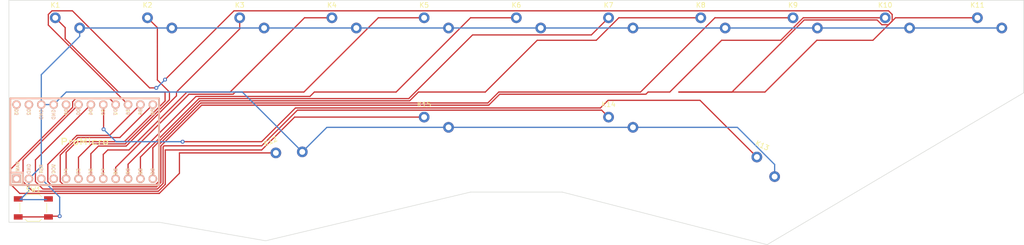
<source format=kicad_pcb>
(kicad_pcb (version 20171130) (host pcbnew "(5.1.8-0-10_14)")

  (general
    (thickness 1.6)
    (drawings 9)
    (tracks 196)
    (zones 0)
    (modules 17)
    (nets 23)
  )

  (page A4)
  (layers
    (0 F.Cu signal)
    (31 B.Cu signal)
    (32 B.Adhes user)
    (33 F.Adhes user)
    (34 B.Paste user)
    (35 F.Paste user)
    (36 B.SilkS user)
    (37 F.SilkS user)
    (38 B.Mask user)
    (39 F.Mask user)
    (40 Dwgs.User user)
    (41 Cmts.User user)
    (42 Eco1.User user)
    (43 Eco2.User user)
    (44 Edge.Cuts user)
    (45 Margin user)
    (46 B.CrtYd user)
    (47 F.CrtYd user)
    (48 B.Fab user)
    (49 F.Fab user)
  )

  (setup
    (last_trace_width 0.25)
    (trace_clearance 0.2)
    (zone_clearance 0.508)
    (zone_45_only no)
    (trace_min 0.2)
    (via_size 0.8)
    (via_drill 0.4)
    (via_min_size 0.4)
    (via_min_drill 0.3)
    (uvia_size 0.3)
    (uvia_drill 0.1)
    (uvias_allowed no)
    (uvia_min_size 0.2)
    (uvia_min_drill 0.1)
    (edge_width 0.05)
    (segment_width 0.2)
    (pcb_text_width 0.3)
    (pcb_text_size 1.5 1.5)
    (mod_edge_width 0.12)
    (mod_text_size 1 1)
    (mod_text_width 0.15)
    (pad_size 1.524 1.524)
    (pad_drill 0.762)
    (pad_to_mask_clearance 0)
    (aux_axis_origin 0 0)
    (visible_elements FFFFFF7F)
    (pcbplotparams
      (layerselection 0x010fc_ffffffff)
      (usegerberextensions false)
      (usegerberattributes true)
      (usegerberadvancedattributes true)
      (creategerberjobfile true)
      (excludeedgelayer true)
      (linewidth 0.100000)
      (plotframeref false)
      (viasonmask false)
      (mode 1)
      (useauxorigin false)
      (hpglpennumber 1)
      (hpglpenspeed 20)
      (hpglpendiameter 15.000000)
      (psnegative false)
      (psa4output false)
      (plotreference true)
      (plotvalue true)
      (plotinvisibletext false)
      (padsonsilk false)
      (subtractmaskfromsilk false)
      (outputformat 1)
      (mirror false)
      (drillshape 1)
      (scaleselection 1)
      (outputdirectory ""))
  )

  (net 0 "")
  (net 1 "Net-(K1-Pad2)")
  (net 2 "Net-(K1-Pad1)")
  (net 3 "Net-(K2-Pad1)")
  (net 4 "Net-(K3-Pad1)")
  (net 5 "Net-(K4-Pad1)")
  (net 6 "Net-(K5-Pad1)")
  (net 7 "Net-(K6-Pad1)")
  (net 8 "Net-(K7-Pad1)")
  (net 9 "Net-(K8-Pad1)")
  (net 10 "Net-(K9-Pad1)")
  (net 11 "Net-(K10-Pad1)")
  (net 12 "Net-(K11-Pad1)")
  (net 13 "Net-(K12-Pad1)")
  (net 14 "Net-(K13-Pad1)")
  (net 15 "Net-(K14-Pad1)")
  (net 16 "Net-(SW1-Pad2)")
  (net 17 "Net-(U1-Pad13)")
  (net 18 "Net-(U1-Pad14)")
  (net 19 "Net-(U1-Pad17)")
  (net 20 "Net-(U1-Pad4)")
  (net 21 "Net-(U1-Pad1)")
  (net 22 "Net-(K15-Pad1)")

  (net_class Default "This is the default net class."
    (clearance 0.2)
    (trace_width 0.25)
    (via_dia 0.8)
    (via_drill 0.4)
    (uvia_dia 0.3)
    (uvia_drill 0.1)
    (add_net "Net-(K1-Pad1)")
    (add_net "Net-(K1-Pad2)")
    (add_net "Net-(K10-Pad1)")
    (add_net "Net-(K11-Pad1)")
    (add_net "Net-(K12-Pad1)")
    (add_net "Net-(K13-Pad1)")
    (add_net "Net-(K14-Pad1)")
    (add_net "Net-(K15-Pad1)")
    (add_net "Net-(K2-Pad1)")
    (add_net "Net-(K3-Pad1)")
    (add_net "Net-(K4-Pad1)")
    (add_net "Net-(K5-Pad1)")
    (add_net "Net-(K6-Pad1)")
    (add_net "Net-(K7-Pad1)")
    (add_net "Net-(K8-Pad1)")
    (add_net "Net-(K9-Pad1)")
    (add_net "Net-(SW1-Pad2)")
    (add_net "Net-(U1-Pad1)")
    (add_net "Net-(U1-Pad13)")
    (add_net "Net-(U1-Pad14)")
    (add_net "Net-(U1-Pad17)")
    (add_net "Net-(U1-Pad4)")
  )

  (module canadian_footprints:Pro_Micro (layer F.Cu) (tedit 59284601) (tstamp 5FE2B67A)
    (at 73.8 58.65 90)
    (path /5FE2521C)
    (fp_text reference U1 (at 0.508 -14.732 90) (layer Eco1.User)
      (effects (font (size 1.27 1.524) (thickness 0.2032)))
    )
    (fp_text value ProMicro (at 0 1.524) (layer F.SilkS)
      (effects (font (size 1.27 1.524) (thickness 0.2032)))
    )
    (fp_text user RAW (at -5.08 -12.192 90) (layer F.SilkS)
      (effects (font (size 0.7 0.7) (thickness 0.1)))
    )
    (fp_text user GND (at -5.588 -9.906 90) (layer F.SilkS)
      (effects (font (size 0.7 0.7) (thickness 0.1)))
    )
    (fp_text user RST (at -5.588 -7.366 90) (layer F.SilkS)
      (effects (font (size 0.7 0.7) (thickness 0.1)))
    )
    (fp_text user VCC (at -5.588 -4.826 90) (layer F.SilkS)
      (effects (font (size 0.7 0.7) (thickness 0.1)))
    )
    (fp_text user F4 (at -6.096 -2.286 90) (layer F.SilkS)
      (effects (font (size 0.7 0.7) (thickness 0.1)))
    )
    (fp_text user F5 (at -6.096 0.254 90) (layer F.SilkS)
      (effects (font (size 0.7 0.7) (thickness 0.1)))
    )
    (fp_text user F7 (at -6.096 5.334 90) (layer F.SilkS)
      (effects (font (size 0.7 0.7) (thickness 0.1)))
    )
    (fp_text user F6 (at -6.096 2.794 90) (layer F.SilkS)
      (effects (font (size 0.7 0.7) (thickness 0.1)))
    )
    (fp_text user B1 (at -6.096 7.874 90) (layer F.SilkS)
      (effects (font (size 0.7 0.7) (thickness 0.1)))
    )
    (fp_text user B3 (at -6.096 10.414 90) (layer F.SilkS)
      (effects (font (size 0.7 0.7) (thickness 0.1)))
    )
    (fp_text user B2 (at -6.096 12.954 90) (layer F.SilkS)
      (effects (font (size 0.7 0.7) (thickness 0.1)))
    )
    (fp_text user B6 (at -6.096 15.494 90) (layer F.SilkS)
      (effects (font (size 0.7 0.7) (thickness 0.1)))
    )
    (fp_text user D3 (at 6.096 -12.446 90) (layer F.SilkS)
      (effects (font (size 0.7 0.7) (thickness 0.1)))
    )
    (fp_text user D2 (at 6.096 -9.906 90) (layer F.SilkS)
      (effects (font (size 0.7 0.7) (thickness 0.1)))
    )
    (fp_text user GND (at 5.588 -7.366 90) (layer F.SilkS)
      (effects (font (size 0.7 0.7) (thickness 0.1)))
    )
    (fp_text user GND (at 5.588 -4.826 90) (layer F.SilkS)
      (effects (font (size 0.7 0.7) (thickness 0.1)))
    )
    (fp_text user D1 (at 6.096 -2.286 90) (layer F.SilkS)
      (effects (font (size 0.7 0.7) (thickness 0.1)))
    )
    (fp_text user D0 (at 6.096 0.254 90) (layer F.SilkS)
      (effects (font (size 0.7 0.7) (thickness 0.1)))
    )
    (fp_text user D4 (at 6.096 2.794 90) (layer F.SilkS)
      (effects (font (size 0.7 0.7) (thickness 0.1)))
    )
    (fp_text user C6 (at 6.096 5.334 90) (layer F.SilkS)
      (effects (font (size 0.7 0.7) (thickness 0.1)))
    )
    (fp_text user D7 (at 6.096 7.874 90) (layer F.SilkS)
      (effects (font (size 0.7 0.7) (thickness 0.1)))
    )
    (fp_text user E6 (at 6.096 10.414 90) (layer F.SilkS)
      (effects (font (size 0.7 0.7) (thickness 0.1)))
    )
    (fp_text user B4 (at 6.096 12.954 90) (layer F.SilkS)
      (effects (font (size 0.7 0.7) (thickness 0.1)))
    )
    (fp_text user B5 (at 6.096 15.494 90) (layer F.SilkS)
      (effects (font (size 0.7 0.7) (thickness 0.1)))
    )
    (fp_text user B5 (at 6.096 15.494 90) (layer B.SilkS)
      (effects (font (size 0.7 0.7) (thickness 0.1)) (justify mirror))
    )
    (fp_text user B4 (at 6.096 12.954 90) (layer B.SilkS)
      (effects (font (size 0.7 0.7) (thickness 0.1)) (justify mirror))
    )
    (fp_text user E6 (at 6.096 10.414 90) (layer B.SilkS)
      (effects (font (size 0.7 0.7) (thickness 0.1)) (justify mirror))
    )
    (fp_text user D7 (at 6.096 7.874 90) (layer B.SilkS)
      (effects (font (size 0.7 0.7) (thickness 0.1)) (justify mirror))
    )
    (fp_text user C6 (at 6.096 5.334 90) (layer B.SilkS)
      (effects (font (size 0.7 0.7) (thickness 0.1)) (justify mirror))
    )
    (fp_text user D4 (at 6.096 2.794 90) (layer B.SilkS)
      (effects (font (size 0.7 0.7) (thickness 0.1)) (justify mirror))
    )
    (fp_text user D0 (at 6.096 0.254 90) (layer B.SilkS)
      (effects (font (size 0.7 0.7) (thickness 0.1)) (justify mirror))
    )
    (fp_text user D1 (at 6.096 -2.286 90) (layer B.SilkS)
      (effects (font (size 0.7 0.7) (thickness 0.1)) (justify mirror))
    )
    (fp_text user GND (at 5.588 -4.826 90) (layer B.SilkS)
      (effects (font (size 0.7 0.7) (thickness 0.1)) (justify mirror))
    )
    (fp_text user GND (at 5.588 -7.366 90) (layer B.SilkS)
      (effects (font (size 0.7 0.7) (thickness 0.1)) (justify mirror))
    )
    (fp_text user D2 (at 6.096 -9.906 90) (layer B.SilkS)
      (effects (font (size 0.7 0.7) (thickness 0.1)) (justify mirror))
    )
    (fp_text user D3 (at 6.096 -12.446 90) (layer B.SilkS)
      (effects (font (size 0.7 0.7) (thickness 0.1)) (justify mirror))
    )
    (fp_text user B6 (at -6.096 15.494 90) (layer B.SilkS)
      (effects (font (size 0.7 0.7) (thickness 0.1)) (justify mirror))
    )
    (fp_text user B2 (at -6.096 12.954 90) (layer B.SilkS)
      (effects (font (size 0.7 0.7) (thickness 0.1)) (justify mirror))
    )
    (fp_text user B3 (at -6.096 10.414 90) (layer B.SilkS)
      (effects (font (size 0.7 0.7) (thickness 0.1)) (justify mirror))
    )
    (fp_text user B1 (at -6.096 7.874 90) (layer B.SilkS)
      (effects (font (size 0.7 0.7) (thickness 0.1)) (justify mirror))
    )
    (fp_text user F6 (at -6.096 2.794 90) (layer B.SilkS)
      (effects (font (size 0.7 0.7) (thickness 0.1)) (justify mirror))
    )
    (fp_text user F7 (at -6.096 5.334 90) (layer B.SilkS)
      (effects (font (size 0.7 0.7) (thickness 0.1)) (justify mirror))
    )
    (fp_text user F5 (at -6.096 0.254 90) (layer B.SilkS)
      (effects (font (size 0.7 0.7) (thickness 0.1)) (justify mirror))
    )
    (fp_text user F4 (at -6.096 -2.286 90) (layer B.SilkS)
      (effects (font (size 0.7 0.7) (thickness 0.1)) (justify mirror))
    )
    (fp_text user VCC (at -5.588 -4.826 90) (layer B.SilkS)
      (effects (font (size 0.7 0.7) (thickness 0.1)) (justify mirror))
    )
    (fp_text user RST (at -5.588 -7.366 90) (layer B.SilkS)
      (effects (font (size 0.7 0.7) (thickness 0.1)) (justify mirror))
    )
    (fp_text user GND (at -5.588 -9.906 90) (layer B.SilkS)
      (effects (font (size 0.7 0.7) (thickness 0.1)) (justify mirror))
    )
    (fp_text user RAW (at -5.08 -12.192 90) (layer B.SilkS)
      (effects (font (size 0.7 0.7) (thickness 0.1)) (justify mirror))
    )
    (fp_line (start -6.35 -11.176) (end -8.89 -11.176) (layer B.SilkS) (width 0.381))
    (fp_line (start -6.35 -13.716) (end -6.35 -11.176) (layer B.SilkS) (width 0.381))
    (fp_line (start 8.89 16.764) (end 8.89 -13.716) (layer B.SilkS) (width 0.381))
    (fp_line (start -8.89 16.764) (end 8.89 16.764) (layer B.SilkS) (width 0.381))
    (fp_line (start -8.89 -13.716) (end -8.89 16.764) (layer B.SilkS) (width 0.381))
    (fp_line (start 8.89 -13.716) (end -8.89 -13.716) (layer B.SilkS) (width 0.381))
    (fp_line (start 8.89 -13.716) (end -8.89 -13.716) (layer F.SilkS) (width 0.381))
    (fp_line (start -8.89 -13.716) (end -8.89 16.764) (layer F.SilkS) (width 0.381))
    (fp_line (start -8.89 16.764) (end 8.89 16.764) (layer F.SilkS) (width 0.381))
    (fp_line (start 8.89 16.764) (end 8.89 -13.716) (layer F.SilkS) (width 0.381))
    (fp_line (start -6.35 -13.716) (end -6.35 -11.176) (layer F.SilkS) (width 0.381))
    (fp_line (start -6.35 -11.176) (end -8.89 -11.176) (layer F.SilkS) (width 0.381))
    (pad 13 thru_hole circle (at 7.62 -12.446) (size 1.7526 1.7526) (drill 1.0922) (layers *.Cu *.SilkS *.Mask)
      (net 17 "Net-(U1-Pad13)"))
    (pad 14 thru_hole circle (at 7.62 -9.906) (size 1.7526 1.7526) (drill 1.0922) (layers *.Cu *.SilkS *.Mask)
      (net 18 "Net-(U1-Pad14)"))
    (pad 15 thru_hole circle (at 7.62 -7.366) (size 1.7526 1.7526) (drill 1.0922) (layers *.Cu *.SilkS *.Mask)
      (net 1 "Net-(K1-Pad2)"))
    (pad 16 thru_hole circle (at 7.62 -4.826) (size 1.7526 1.7526) (drill 1.0922) (layers *.Cu *.SilkS *.Mask)
      (net 1 "Net-(K1-Pad2)"))
    (pad 17 thru_hole circle (at 7.62 -2.286) (size 1.7526 1.7526) (drill 1.0922) (layers *.Cu *.SilkS *.Mask)
      (net 19 "Net-(U1-Pad17)"))
    (pad 18 thru_hole circle (at 7.62 0.254) (size 1.7526 1.7526) (drill 1.0922) (layers *.Cu *.SilkS *.Mask)
      (net 22 "Net-(K15-Pad1)"))
    (pad 19 thru_hole circle (at 7.62 2.794) (size 1.7526 1.7526) (drill 1.0922) (layers *.Cu *.SilkS *.Mask)
      (net 15 "Net-(K14-Pad1)"))
    (pad 20 thru_hole circle (at 7.62 5.334) (size 1.7526 1.7526) (drill 1.0922) (layers *.Cu *.SilkS *.Mask)
      (net 14 "Net-(K13-Pad1)"))
    (pad 21 thru_hole circle (at 7.62 7.874) (size 1.7526 1.7526) (drill 1.0922) (layers *.Cu *.SilkS *.Mask)
      (net 13 "Net-(K12-Pad1)"))
    (pad 22 thru_hole circle (at 7.62 10.414) (size 1.7526 1.7526) (drill 1.0922) (layers *.Cu *.SilkS *.Mask)
      (net 12 "Net-(K11-Pad1)"))
    (pad 23 thru_hole circle (at 7.62 12.954) (size 1.7526 1.7526) (drill 1.0922) (layers *.Cu *.SilkS *.Mask)
      (net 11 "Net-(K10-Pad1)"))
    (pad 24 thru_hole circle (at 7.62 15.494) (size 1.7526 1.7526) (drill 1.0922) (layers *.Cu *.SilkS *.Mask)
      (net 10 "Net-(K9-Pad1)"))
    (pad 12 thru_hole circle (at -7.62 15.494) (size 1.7526 1.7526) (drill 1.0922) (layers *.Cu *.SilkS *.Mask)
      (net 9 "Net-(K8-Pad1)"))
    (pad 11 thru_hole circle (at -7.62 12.954) (size 1.7526 1.7526) (drill 1.0922) (layers *.Cu *.SilkS *.Mask)
      (net 8 "Net-(K7-Pad1)"))
    (pad 10 thru_hole circle (at -7.62 10.414) (size 1.7526 1.7526) (drill 1.0922) (layers *.Cu *.SilkS *.Mask)
      (net 7 "Net-(K6-Pad1)"))
    (pad 9 thru_hole circle (at -7.62 7.874) (size 1.7526 1.7526) (drill 1.0922) (layers *.Cu *.SilkS *.Mask)
      (net 6 "Net-(K5-Pad1)"))
    (pad 8 thru_hole circle (at -7.62 5.334) (size 1.7526 1.7526) (drill 1.0922) (layers *.Cu *.SilkS *.Mask)
      (net 5 "Net-(K4-Pad1)"))
    (pad 7 thru_hole circle (at -7.62 2.794) (size 1.7526 1.7526) (drill 1.0922) (layers *.Cu *.SilkS *.Mask)
      (net 4 "Net-(K3-Pad1)"))
    (pad 6 thru_hole circle (at -7.62 0.254) (size 1.7526 1.7526) (drill 1.0922) (layers *.Cu *.SilkS *.Mask)
      (net 3 "Net-(K2-Pad1)"))
    (pad 5 thru_hole circle (at -7.62 -2.286) (size 1.7526 1.7526) (drill 1.0922) (layers *.Cu *.SilkS *.Mask)
      (net 2 "Net-(K1-Pad1)"))
    (pad 4 thru_hole circle (at -7.62 -4.826) (size 1.7526 1.7526) (drill 1.0922) (layers *.Cu *.SilkS *.Mask)
      (net 20 "Net-(U1-Pad4)"))
    (pad 3 thru_hole circle (at -7.62 -7.366) (size 1.7526 1.7526) (drill 1.0922) (layers *.Cu *.SilkS *.Mask)
      (net 16 "Net-(SW1-Pad2)"))
    (pad 2 thru_hole circle (at -7.62 -9.906) (size 1.7526 1.7526) (drill 1.0922) (layers *.Cu *.SilkS *.Mask)
      (net 1 "Net-(K1-Pad2)"))
    (pad 1 thru_hole rect (at -7.62 -12.446) (size 1.7526 1.7526) (drill 1.0922) (layers *.Cu *.SilkS *.Mask)
      (net 21 "Net-(U1-Pad1)"))
  )

  (module canadian_footprints:SW_TACT_ALPS_SKQGABE010 (layer F.Cu) (tedit 596E092A) (tstamp 5FE2B622)
    (at 64.8 72.25)
    (descr "Low-profile SMD Tactile Switch, https://www.e-switch.com/system/asset/product_line/data_sheet/165/TL3342.pdf")
    (tags "SPST Tactile Switch")
    (path /5FE48946)
    (attr smd)
    (fp_text reference SW1 (at 0 -3.75) (layer F.SilkS)
      (effects (font (size 1 1) (thickness 0.15)))
    )
    (fp_text value SW_PUSH (at 0 3.75) (layer F.Fab)
      (effects (font (size 1 1) (thickness 0.15)))
    )
    (fp_text user %R (at 0 -3.75) (layer F.Fab)
      (effects (font (size 1 1) (thickness 0.15)))
    )
    (fp_line (start 4 -0.9) (end 3.6 -1.3) (layer Eco1.User) (width 0.1))
    (fp_line (start 3.2 -1.3) (end 4 -0.5) (layer Eco1.User) (width 0.1))
    (fp_line (start 4 -0.1) (end 2.8 -1.3) (layer Eco1.User) (width 0.1))
    (fp_line (start 2.4 -1.3) (end 4 0.3) (layer Eco1.User) (width 0.1))
    (fp_line (start 4 0.7) (end 2 -1.3) (layer Eco1.User) (width 0.1))
    (fp_line (start 1.6 -1.3) (end 4 1.1) (layer Eco1.User) (width 0.1))
    (fp_line (start 1 0.9) (end 1.4 1.3) (layer Eco1.User) (width 0.1))
    (fp_line (start 1.8 1.3) (end 1 0.5) (layer Eco1.User) (width 0.1))
    (fp_line (start 1 0.1) (end 2.2 1.3) (layer Eco1.User) (width 0.1))
    (fp_line (start 2.6 1.3) (end 1 -0.3) (layer Eco1.User) (width 0.1))
    (fp_line (start 3 1.3) (end 1 -0.7) (layer Eco1.User) (width 0.1))
    (fp_line (start 1 -1.1) (end 3.4 1.3) (layer Eco1.User) (width 0.1))
    (fp_line (start 1.2 -1.3) (end 3.8 1.3) (layer Eco1.User) (width 0.1))
    (fp_line (start -1 -0.9) (end -1.4 -1.3) (layer Eco1.User) (width 0.1))
    (fp_line (start -1.8 -1.3) (end -1 -0.5) (layer Eco1.User) (width 0.1))
    (fp_line (start -1 -0.1) (end -2.2 -1.3) (layer Eco1.User) (width 0.1))
    (fp_line (start -2.6 -1.3) (end -1 0.3) (layer Eco1.User) (width 0.1))
    (fp_line (start -1 0.7) (end -3 -1.3) (layer Eco1.User) (width 0.1))
    (fp_line (start -4 0.9) (end -3.6 1.3) (layer Eco1.User) (width 0.1))
    (fp_line (start -3.2 1.3) (end -4 0.5) (layer Eco1.User) (width 0.1))
    (fp_line (start -4 0.1) (end -2.8 1.3) (layer Eco1.User) (width 0.1))
    (fp_line (start -2.4 1.3) (end -4 -0.3) (layer Eco1.User) (width 0.1))
    (fp_line (start -4 -0.7) (end -2 1.3) (layer Eco1.User) (width 0.1))
    (fp_line (start -1.6 1.3) (end -4 -1.1) (layer Eco1.User) (width 0.1))
    (fp_line (start -3.4 -1.3) (end -1 1.1) (layer Eco1.User) (width 0.1))
    (fp_line (start -3.8 -1.3) (end -1.2 1.3) (layer Eco1.User) (width 0.1))
    (fp_line (start 4 1.3) (end 4 -1.3) (layer Eco1.User) (width 0.1))
    (fp_line (start 1 1.3) (end 4 1.3) (layer Eco1.User) (width 0.1))
    (fp_line (start 1 -1.3) (end 1 1.3) (layer Eco1.User) (width 0.1))
    (fp_line (start 4 -1.3) (end 1 -1.3) (layer Eco1.User) (width 0.1))
    (fp_line (start -1 -1.3) (end -4 -1.3) (layer Eco1.User) (width 0.1))
    (fp_line (start -1 1.3) (end -1 -1.3) (layer Eco1.User) (width 0.1))
    (fp_line (start -4 1.3) (end -1 1.3) (layer Eco1.User) (width 0.1))
    (fp_line (start -4 -1.3) (end -4 1.3) (layer Eco1.User) (width 0.1))
    (fp_line (start 3.2 2.1) (end 3.2 1.6) (layer F.Fab) (width 0.1))
    (fp_line (start 3.2 -2.1) (end 3.2 -1.6) (layer F.Fab) (width 0.1))
    (fp_line (start -3.2 2.1) (end -3.2 1.6) (layer F.Fab) (width 0.1))
    (fp_line (start -3.2 -2.1) (end -3.2 -1.6) (layer F.Fab) (width 0.1))
    (fp_line (start 2.7 -2.1) (end 2.7 -1.6) (layer F.Fab) (width 0.1))
    (fp_line (start 1.7 -2.1) (end 3.2 -2.1) (layer F.Fab) (width 0.1))
    (fp_line (start 3.2 -1.6) (end 2.2 -1.6) (layer F.Fab) (width 0.1))
    (fp_line (start -2.7 -2.1) (end -2.7 -1.6) (layer F.Fab) (width 0.1))
    (fp_line (start -1.7 -2.1) (end -3.2 -2.1) (layer F.Fab) (width 0.1))
    (fp_line (start -3.2 -1.6) (end -2.2 -1.6) (layer F.Fab) (width 0.1))
    (fp_line (start -2.7 2.1) (end -2.7 1.6) (layer F.Fab) (width 0.1))
    (fp_line (start -3.2 1.6) (end -2.2 1.6) (layer F.Fab) (width 0.1))
    (fp_line (start -1.7 2.1) (end -3.2 2.1) (layer F.Fab) (width 0.1))
    (fp_line (start 1.7 2.1) (end 3.2 2.1) (layer F.Fab) (width 0.1))
    (fp_line (start 2.7 2.1) (end 2.7 1.6) (layer F.Fab) (width 0.1))
    (fp_line (start 3.2 1.6) (end 2.2 1.6) (layer F.Fab) (width 0.1))
    (fp_line (start -1.7 2.3) (end -1.25 2.75) (layer F.SilkS) (width 0.12))
    (fp_line (start 1.7 2.3) (end 1.25 2.75) (layer F.SilkS) (width 0.12))
    (fp_line (start 1.7 -2.3) (end 1.25 -2.75) (layer F.SilkS) (width 0.12))
    (fp_line (start -1.7 -2.3) (end -1.25 -2.75) (layer F.SilkS) (width 0.12))
    (fp_line (start -2 -1) (end -1 -2) (layer F.Fab) (width 0.1))
    (fp_line (start -1 -2) (end 1 -2) (layer F.Fab) (width 0.1))
    (fp_line (start 1 -2) (end 2 -1) (layer F.Fab) (width 0.1))
    (fp_line (start 2 -1) (end 2 1) (layer F.Fab) (width 0.1))
    (fp_line (start 2 1) (end 1 2) (layer F.Fab) (width 0.1))
    (fp_line (start 1 2) (end -1 2) (layer F.Fab) (width 0.1))
    (fp_line (start -1 2) (end -2 1) (layer F.Fab) (width 0.1))
    (fp_line (start -2 1) (end -2 -1) (layer F.Fab) (width 0.1))
    (fp_line (start 2.75 -1) (end 2.75 1) (layer F.SilkS) (width 0.12))
    (fp_line (start -1.25 2.75) (end 1.25 2.75) (layer F.SilkS) (width 0.12))
    (fp_line (start -2.75 -1) (end -2.75 1) (layer F.SilkS) (width 0.12))
    (fp_line (start -1.25 -2.75) (end 1.25 -2.75) (layer F.SilkS) (width 0.12))
    (fp_line (start -2.6 -1.2) (end -2.6 1.2) (layer F.Fab) (width 0.1))
    (fp_line (start -2.6 1.2) (end -1.2 2.6) (layer F.Fab) (width 0.1))
    (fp_line (start -1.2 2.6) (end 1.2 2.6) (layer F.Fab) (width 0.1))
    (fp_line (start 1.2 2.6) (end 2.6 1.2) (layer F.Fab) (width 0.1))
    (fp_line (start 2.6 1.2) (end 2.6 -1.2) (layer F.Fab) (width 0.1))
    (fp_line (start 2.6 -1.2) (end 1.2 -2.6) (layer F.Fab) (width 0.1))
    (fp_line (start 1.2 -2.6) (end -1.2 -2.6) (layer F.Fab) (width 0.1))
    (fp_line (start -1.2 -2.6) (end -2.6 -1.2) (layer F.Fab) (width 0.1))
    (fp_line (start -4.25 -3) (end 4.25 -3) (layer F.CrtYd) (width 0.05))
    (fp_line (start 4.25 -3) (end 4.25 3) (layer F.CrtYd) (width 0.05))
    (fp_line (start 4.25 3) (end -4.25 3) (layer F.CrtYd) (width 0.05))
    (fp_line (start -4.25 3) (end -4.25 -3) (layer F.CrtYd) (width 0.05))
    (fp_circle (center 0 0) (end 1 0) (layer F.Fab) (width 0.1))
    (pad 2 smd rect (at 3.1 1.85) (size 1.8 1.1) (layers F.Cu F.Paste F.Mask)
      (net 16 "Net-(SW1-Pad2)"))
    (pad 2 smd rect (at -3.1 1.85) (size 1.8 1.1) (layers F.Cu F.Paste F.Mask)
      (net 16 "Net-(SW1-Pad2)"))
    (pad 1 smd rect (at 3.1 -1.85) (size 1.8 1.1) (layers F.Cu F.Paste F.Mask)
      (net 1 "Net-(K1-Pad2)"))
    (pad 1 smd rect (at -3.1 -1.85) (size 1.8 1.1) (layers F.Cu F.Paste F.Mask)
      (net 1 "Net-(K1-Pad2)"))
    (model ${KISYS3DMOD}/Buttons_Switches_SMD.3dshapes/SW_SPST_TL3342.wrl
      (at (xyz 0 0 0))
      (scale (xyz 1 1 1))
      (rotate (xyz 0 0 0))
    )
  )

  (module SMKJP:SW_kailh_pg1350_1u (layer F.Cu) (tedit 5BD00650) (tstamp 5FE2B5CA)
    (at 126 39.1)
    (path /5FE27F41)
    (fp_text reference K4 (at 0 -8.5) (layer F.SilkS)
      (effects (font (size 1 1) (thickness 0.15)))
    )
    (fp_text value KEYSW (at 0 3) (layer F.Fab)
      (effects (font (size 1 1) (thickness 0.15)))
    )
    (fp_line (start -7.5 -7.5) (end 7.5 -7.5) (layer F.Fab) (width 0.1))
    (fp_line (start 7.5 -7.5) (end 7.5 7.5) (layer F.Fab) (width 0.1))
    (fp_line (start 7.5 7.5) (end -7.5 7.5) (layer F.Fab) (width 0.1))
    (fp_line (start -7.5 7.5) (end -7.5 -7.5) (layer F.Fab) (width 0.1))
    (fp_line (start -9.5 -9.5) (end 9.5 -9.5) (layer F.Fab) (width 0.1))
    (fp_line (start 9.5 -9.5) (end 9.5 9.5) (layer F.Fab) (width 0.1))
    (fp_line (start 9.5 9.5) (end -9.5 9.5) (layer F.Fab) (width 0.1))
    (fp_line (start -9.5 9.5) (end -9.5 -9.5) (layer F.Fab) (width 0.1))
    (pad 2 thru_hole circle (at 5 -3.8) (size 2.2 2.2) (drill 1.2) (layers *.Cu *.Mask)
      (net 1 "Net-(K1-Pad2)"))
    (pad 1 thru_hole circle (at 0 -5.9) (size 2.2 2.2) (drill 1.2) (layers *.Cu *.Mask)
      (net 5 "Net-(K4-Pad1)"))
    (pad "" np_thru_hole circle (at 5.5 0) (size 1.9 1.9) (drill 1.9) (layers *.Cu *.Mask))
    (pad "" np_thru_hole circle (at -5.5 0) (size 1.9 1.9) (drill 1.9) (layers *.Cu *.Mask))
    (pad "" np_thru_hole circle (at 0 0) (size 3.4 3.4) (drill 3.4) (layers *.Cu *.Mask))
    (model ${KISYS3DMOD}/SMKJP.3dshapes/kailh_pg_1350.step
      (at (xyz 0 0 0))
      (scale (xyz 1 1 1))
      (rotate (xyz 0 0 0))
    )
  )

  (module SMKJP:SW_kailh_pg1350_1u (layer F.Cu) (tedit 5BD00650) (tstamp 5FE2B5B9)
    (at 258.3 39.1)
    (path /5FE2C42C)
    (fp_text reference K11 (at 0 -8.5) (layer F.SilkS)
      (effects (font (size 1 1) (thickness 0.15)))
    )
    (fp_text value KEYSW (at 0 3) (layer F.Fab)
      (effects (font (size 1 1) (thickness 0.15)))
    )
    (fp_line (start -7.5 -7.5) (end 7.5 -7.5) (layer F.Fab) (width 0.1))
    (fp_line (start 7.5 -7.5) (end 7.5 7.5) (layer F.Fab) (width 0.1))
    (fp_line (start 7.5 7.5) (end -7.5 7.5) (layer F.Fab) (width 0.1))
    (fp_line (start -7.5 7.5) (end -7.5 -7.5) (layer F.Fab) (width 0.1))
    (fp_line (start -9.5 -9.5) (end 9.5 -9.5) (layer F.Fab) (width 0.1))
    (fp_line (start 9.5 -9.5) (end 9.5 9.5) (layer F.Fab) (width 0.1))
    (fp_line (start 9.5 9.5) (end -9.5 9.5) (layer F.Fab) (width 0.1))
    (fp_line (start -9.5 9.5) (end -9.5 -9.5) (layer F.Fab) (width 0.1))
    (pad 2 thru_hole circle (at 5 -3.8) (size 2.2 2.2) (drill 1.2) (layers *.Cu *.Mask)
      (net 1 "Net-(K1-Pad2)"))
    (pad 1 thru_hole circle (at 0 -5.9) (size 2.2 2.2) (drill 1.2) (layers *.Cu *.Mask)
      (net 12 "Net-(K11-Pad1)"))
    (pad "" np_thru_hole circle (at 5.5 0) (size 1.9 1.9) (drill 1.9) (layers *.Cu *.Mask))
    (pad "" np_thru_hole circle (at -5.5 0) (size 1.9 1.9) (drill 1.9) (layers *.Cu *.Mask))
    (pad "" np_thru_hole circle (at 0 0) (size 3.4 3.4) (drill 3.4) (layers *.Cu *.Mask))
    (model ${KISYS3DMOD}/SMKJP.3dshapes/kailh_pg_1350.step
      (at (xyz 0 0 0))
      (scale (xyz 1 1 1))
      (rotate (xyz 0 0 0))
    )
  )

  (module SMKJP:SW_kailh_pg1350_1u (layer F.Cu) (tedit 5BD00650) (tstamp 5FE2B5A8)
    (at 239.4 39.1)
    (path /5FE2C03C)
    (fp_text reference K10 (at 0 -8.5) (layer F.SilkS)
      (effects (font (size 1 1) (thickness 0.15)))
    )
    (fp_text value KEYSW (at 0 3) (layer F.Fab)
      (effects (font (size 1 1) (thickness 0.15)))
    )
    (fp_line (start -7.5 -7.5) (end 7.5 -7.5) (layer F.Fab) (width 0.1))
    (fp_line (start 7.5 -7.5) (end 7.5 7.5) (layer F.Fab) (width 0.1))
    (fp_line (start 7.5 7.5) (end -7.5 7.5) (layer F.Fab) (width 0.1))
    (fp_line (start -7.5 7.5) (end -7.5 -7.5) (layer F.Fab) (width 0.1))
    (fp_line (start -9.5 -9.5) (end 9.5 -9.5) (layer F.Fab) (width 0.1))
    (fp_line (start 9.5 -9.5) (end 9.5 9.5) (layer F.Fab) (width 0.1))
    (fp_line (start 9.5 9.5) (end -9.5 9.5) (layer F.Fab) (width 0.1))
    (fp_line (start -9.5 9.5) (end -9.5 -9.5) (layer F.Fab) (width 0.1))
    (pad 2 thru_hole circle (at 5 -3.8) (size 2.2 2.2) (drill 1.2) (layers *.Cu *.Mask)
      (net 1 "Net-(K1-Pad2)"))
    (pad 1 thru_hole circle (at 0 -5.9) (size 2.2 2.2) (drill 1.2) (layers *.Cu *.Mask)
      (net 11 "Net-(K10-Pad1)"))
    (pad "" np_thru_hole circle (at 5.5 0) (size 1.9 1.9) (drill 1.9) (layers *.Cu *.Mask))
    (pad "" np_thru_hole circle (at -5.5 0) (size 1.9 1.9) (drill 1.9) (layers *.Cu *.Mask))
    (pad "" np_thru_hole circle (at 0 0) (size 3.4 3.4) (drill 3.4) (layers *.Cu *.Mask))
    (model ${KISYS3DMOD}/SMKJP.3dshapes/kailh_pg_1350.step
      (at (xyz 0 0 0))
      (scale (xyz 1 1 1))
      (rotate (xyz 0 0 0))
    )
  )

  (module SMKJP:SW_kailh_pg1350_1u (layer F.Cu) (tedit 5BD00650) (tstamp 5FE2B597)
    (at 220.5 39.1)
    (path /5FE2B71F)
    (fp_text reference K9 (at 0 -8.5) (layer F.SilkS)
      (effects (font (size 1 1) (thickness 0.15)))
    )
    (fp_text value KEYSW (at 0 3) (layer F.Fab)
      (effects (font (size 1 1) (thickness 0.15)))
    )
    (fp_line (start -7.5 -7.5) (end 7.5 -7.5) (layer F.Fab) (width 0.1))
    (fp_line (start 7.5 -7.5) (end 7.5 7.5) (layer F.Fab) (width 0.1))
    (fp_line (start 7.5 7.5) (end -7.5 7.5) (layer F.Fab) (width 0.1))
    (fp_line (start -7.5 7.5) (end -7.5 -7.5) (layer F.Fab) (width 0.1))
    (fp_line (start -9.5 -9.5) (end 9.5 -9.5) (layer F.Fab) (width 0.1))
    (fp_line (start 9.5 -9.5) (end 9.5 9.5) (layer F.Fab) (width 0.1))
    (fp_line (start 9.5 9.5) (end -9.5 9.5) (layer F.Fab) (width 0.1))
    (fp_line (start -9.5 9.5) (end -9.5 -9.5) (layer F.Fab) (width 0.1))
    (pad 2 thru_hole circle (at 5 -3.8) (size 2.2 2.2) (drill 1.2) (layers *.Cu *.Mask)
      (net 1 "Net-(K1-Pad2)"))
    (pad 1 thru_hole circle (at 0 -5.9) (size 2.2 2.2) (drill 1.2) (layers *.Cu *.Mask)
      (net 10 "Net-(K9-Pad1)"))
    (pad "" np_thru_hole circle (at 5.5 0) (size 1.9 1.9) (drill 1.9) (layers *.Cu *.Mask))
    (pad "" np_thru_hole circle (at -5.5 0) (size 1.9 1.9) (drill 1.9) (layers *.Cu *.Mask))
    (pad "" np_thru_hole circle (at 0 0) (size 3.4 3.4) (drill 3.4) (layers *.Cu *.Mask))
    (model ${KISYS3DMOD}/SMKJP.3dshapes/kailh_pg_1350.step
      (at (xyz 0 0 0))
      (scale (xyz 1 1 1))
      (rotate (xyz 0 0 0))
    )
  )

  (module SMKJP:SW_kailh_pg1350_1u (layer F.Cu) (tedit 5BD00650) (tstamp 5FE2B586)
    (at 201.6 39.1)
    (path /5FE29598)
    (fp_text reference K8 (at 0 -8.5) (layer F.SilkS)
      (effects (font (size 1 1) (thickness 0.15)))
    )
    (fp_text value KEYSW (at 0 3) (layer F.Fab)
      (effects (font (size 1 1) (thickness 0.15)))
    )
    (fp_line (start -7.5 -7.5) (end 7.5 -7.5) (layer F.Fab) (width 0.1))
    (fp_line (start 7.5 -7.5) (end 7.5 7.5) (layer F.Fab) (width 0.1))
    (fp_line (start 7.5 7.5) (end -7.5 7.5) (layer F.Fab) (width 0.1))
    (fp_line (start -7.5 7.5) (end -7.5 -7.5) (layer F.Fab) (width 0.1))
    (fp_line (start -9.5 -9.5) (end 9.5 -9.5) (layer F.Fab) (width 0.1))
    (fp_line (start 9.5 -9.5) (end 9.5 9.5) (layer F.Fab) (width 0.1))
    (fp_line (start 9.5 9.5) (end -9.5 9.5) (layer F.Fab) (width 0.1))
    (fp_line (start -9.5 9.5) (end -9.5 -9.5) (layer F.Fab) (width 0.1))
    (pad 2 thru_hole circle (at 5 -3.8) (size 2.2 2.2) (drill 1.2) (layers *.Cu *.Mask)
      (net 1 "Net-(K1-Pad2)"))
    (pad 1 thru_hole circle (at 0 -5.9) (size 2.2 2.2) (drill 1.2) (layers *.Cu *.Mask)
      (net 9 "Net-(K8-Pad1)"))
    (pad "" np_thru_hole circle (at 5.5 0) (size 1.9 1.9) (drill 1.9) (layers *.Cu *.Mask))
    (pad "" np_thru_hole circle (at -5.5 0) (size 1.9 1.9) (drill 1.9) (layers *.Cu *.Mask))
    (pad "" np_thru_hole circle (at 0 0) (size 3.4 3.4) (drill 3.4) (layers *.Cu *.Mask))
    (model ${KISYS3DMOD}/SMKJP.3dshapes/kailh_pg_1350.step
      (at (xyz 0 0 0))
      (scale (xyz 1 1 1))
      (rotate (xyz 0 0 0))
    )
  )

  (module SMKJP:SW_kailh_pg1350_1u (layer F.Cu) (tedit 5BD00650) (tstamp 5FE2B575)
    (at 144.9 59.5)
    (path /5FE30E7A)
    (fp_text reference K15 (at 0 -8.5) (layer F.SilkS)
      (effects (font (size 1 1) (thickness 0.15)))
    )
    (fp_text value KEYSW (at 0 3) (layer F.Fab)
      (effects (font (size 1 1) (thickness 0.15)))
    )
    (fp_line (start -7.5 -7.5) (end 7.5 -7.5) (layer F.Fab) (width 0.1))
    (fp_line (start 7.5 -7.5) (end 7.5 7.5) (layer F.Fab) (width 0.1))
    (fp_line (start 7.5 7.5) (end -7.5 7.5) (layer F.Fab) (width 0.1))
    (fp_line (start -7.5 7.5) (end -7.5 -7.5) (layer F.Fab) (width 0.1))
    (fp_line (start -9.5 -9.5) (end 9.5 -9.5) (layer F.Fab) (width 0.1))
    (fp_line (start 9.5 -9.5) (end 9.5 9.5) (layer F.Fab) (width 0.1))
    (fp_line (start 9.5 9.5) (end -9.5 9.5) (layer F.Fab) (width 0.1))
    (fp_line (start -9.5 9.5) (end -9.5 -9.5) (layer F.Fab) (width 0.1))
    (pad 2 thru_hole circle (at 5 -3.8) (size 2.2 2.2) (drill 1.2) (layers *.Cu *.Mask)
      (net 1 "Net-(K1-Pad2)"))
    (pad 1 thru_hole circle (at 0 -5.9) (size 2.2 2.2) (drill 1.2) (layers *.Cu *.Mask)
      (net 22 "Net-(K15-Pad1)"))
    (pad "" np_thru_hole circle (at 5.5 0) (size 1.9 1.9) (drill 1.9) (layers *.Cu *.Mask))
    (pad "" np_thru_hole circle (at -5.5 0) (size 1.9 1.9) (drill 1.9) (layers *.Cu *.Mask))
    (pad "" np_thru_hole circle (at 0 0) (size 3.4 3.4) (drill 3.4) (layers *.Cu *.Mask))
    (model ${KISYS3DMOD}/SMKJP.3dshapes/kailh_pg_1350.step
      (at (xyz 0 0 0))
      (scale (xyz 1 1 1))
      (rotate (xyz 0 0 0))
    )
  )

  (module SMKJP:SW_kailh_pg1350_1u (layer F.Cu) (tedit 5BD00650) (tstamp 5FE2B564)
    (at 182.7 39.1)
    (path /5FE29095)
    (fp_text reference K7 (at 0 -8.5) (layer F.SilkS)
      (effects (font (size 1 1) (thickness 0.15)))
    )
    (fp_text value KEYSW (at 0 3) (layer F.Fab)
      (effects (font (size 1 1) (thickness 0.15)))
    )
    (fp_line (start -7.5 -7.5) (end 7.5 -7.5) (layer F.Fab) (width 0.1))
    (fp_line (start 7.5 -7.5) (end 7.5 7.5) (layer F.Fab) (width 0.1))
    (fp_line (start 7.5 7.5) (end -7.5 7.5) (layer F.Fab) (width 0.1))
    (fp_line (start -7.5 7.5) (end -7.5 -7.5) (layer F.Fab) (width 0.1))
    (fp_line (start -9.5 -9.5) (end 9.5 -9.5) (layer F.Fab) (width 0.1))
    (fp_line (start 9.5 -9.5) (end 9.5 9.5) (layer F.Fab) (width 0.1))
    (fp_line (start 9.5 9.5) (end -9.5 9.5) (layer F.Fab) (width 0.1))
    (fp_line (start -9.5 9.5) (end -9.5 -9.5) (layer F.Fab) (width 0.1))
    (pad 2 thru_hole circle (at 5 -3.8) (size 2.2 2.2) (drill 1.2) (layers *.Cu *.Mask)
      (net 1 "Net-(K1-Pad2)"))
    (pad 1 thru_hole circle (at 0 -5.9) (size 2.2 2.2) (drill 1.2) (layers *.Cu *.Mask)
      (net 8 "Net-(K7-Pad1)"))
    (pad "" np_thru_hole circle (at 5.5 0) (size 1.9 1.9) (drill 1.9) (layers *.Cu *.Mask))
    (pad "" np_thru_hole circle (at -5.5 0) (size 1.9 1.9) (drill 1.9) (layers *.Cu *.Mask))
    (pad "" np_thru_hole circle (at 0 0) (size 3.4 3.4) (drill 3.4) (layers *.Cu *.Mask))
    (model ${KISYS3DMOD}/SMKJP.3dshapes/kailh_pg_1350.step
      (at (xyz 0 0 0))
      (scale (xyz 1 1 1))
      (rotate (xyz 0 0 0))
    )
  )

  (module SMKJP:SW_kailh_pg1350_1u (layer F.Cu) (tedit 5BD00650) (tstamp 5FE2B553)
    (at 182.7 59.5)
    (path /5FE303E6)
    (fp_text reference K14 (at 0 -8.5) (layer F.SilkS)
      (effects (font (size 1 1) (thickness 0.15)))
    )
    (fp_text value KEYSW (at 0 3) (layer F.Fab)
      (effects (font (size 1 1) (thickness 0.15)))
    )
    (fp_line (start -7.5 -7.5) (end 7.5 -7.5) (layer F.Fab) (width 0.1))
    (fp_line (start 7.5 -7.5) (end 7.5 7.5) (layer F.Fab) (width 0.1))
    (fp_line (start 7.5 7.5) (end -7.5 7.5) (layer F.Fab) (width 0.1))
    (fp_line (start -7.5 7.5) (end -7.5 -7.5) (layer F.Fab) (width 0.1))
    (fp_line (start -9.5 -9.5) (end 9.5 -9.5) (layer F.Fab) (width 0.1))
    (fp_line (start 9.5 -9.5) (end 9.5 9.5) (layer F.Fab) (width 0.1))
    (fp_line (start 9.5 9.5) (end -9.5 9.5) (layer F.Fab) (width 0.1))
    (fp_line (start -9.5 9.5) (end -9.5 -9.5) (layer F.Fab) (width 0.1))
    (pad 2 thru_hole circle (at 5 -3.8) (size 2.2 2.2) (drill 1.2) (layers *.Cu *.Mask)
      (net 1 "Net-(K1-Pad2)"))
    (pad 1 thru_hole circle (at 0 -5.9) (size 2.2 2.2) (drill 1.2) (layers *.Cu *.Mask)
      (net 15 "Net-(K14-Pad1)"))
    (pad "" np_thru_hole circle (at 5.5 0) (size 1.9 1.9) (drill 1.9) (layers *.Cu *.Mask))
    (pad "" np_thru_hole circle (at -5.5 0) (size 1.9 1.9) (drill 1.9) (layers *.Cu *.Mask))
    (pad "" np_thru_hole circle (at 0 0) (size 3.4 3.4) (drill 3.4) (layers *.Cu *.Mask))
    (model ${KISYS3DMOD}/SMKJP.3dshapes/kailh_pg_1350.step
      (at (xyz 0 0 0))
      (scale (xyz 1 1 1))
      (rotate (xyz 0 0 0))
    )
  )

  (module SMKJP:SW_kailh_pg1350_1u (layer F.Cu) (tedit 5BD00650) (tstamp 5FE2B542)
    (at 163.8 39.1)
    (path /5FE28D54)
    (fp_text reference K6 (at 0 -8.5) (layer F.SilkS)
      (effects (font (size 1 1) (thickness 0.15)))
    )
    (fp_text value KEYSW (at 0 3) (layer F.Fab)
      (effects (font (size 1 1) (thickness 0.15)))
    )
    (fp_line (start -7.5 -7.5) (end 7.5 -7.5) (layer F.Fab) (width 0.1))
    (fp_line (start 7.5 -7.5) (end 7.5 7.5) (layer F.Fab) (width 0.1))
    (fp_line (start 7.5 7.5) (end -7.5 7.5) (layer F.Fab) (width 0.1))
    (fp_line (start -7.5 7.5) (end -7.5 -7.5) (layer F.Fab) (width 0.1))
    (fp_line (start -9.5 -9.5) (end 9.5 -9.5) (layer F.Fab) (width 0.1))
    (fp_line (start 9.5 -9.5) (end 9.5 9.5) (layer F.Fab) (width 0.1))
    (fp_line (start 9.5 9.5) (end -9.5 9.5) (layer F.Fab) (width 0.1))
    (fp_line (start -9.5 9.5) (end -9.5 -9.5) (layer F.Fab) (width 0.1))
    (pad 2 thru_hole circle (at 5 -3.8) (size 2.2 2.2) (drill 1.2) (layers *.Cu *.Mask)
      (net 1 "Net-(K1-Pad2)"))
    (pad 1 thru_hole circle (at 0 -5.9) (size 2.2 2.2) (drill 1.2) (layers *.Cu *.Mask)
      (net 7 "Net-(K6-Pad1)"))
    (pad "" np_thru_hole circle (at 5.5 0) (size 1.9 1.9) (drill 1.9) (layers *.Cu *.Mask))
    (pad "" np_thru_hole circle (at -5.5 0) (size 1.9 1.9) (drill 1.9) (layers *.Cu *.Mask))
    (pad "" np_thru_hole circle (at 0 0) (size 3.4 3.4) (drill 3.4) (layers *.Cu *.Mask))
    (model ${KISYS3DMOD}/SMKJP.3dshapes/kailh_pg_1350.step
      (at (xyz 0 0 0))
      (scale (xyz 1 1 1))
      (rotate (xyz 0 0 0))
    )
  )

  (module SMKJP:SW_kailh_pg1350_1u (layer F.Cu) (tedit 5BD00650) (tstamp 5FE2B531)
    (at 210.6 67.15 335)
    (path /5FE2F7C2)
    (fp_text reference K13 (at 0 -8.5 155) (layer F.SilkS)
      (effects (font (size 1 1) (thickness 0.15)))
    )
    (fp_text value KEYSW (at 0 3 155) (layer F.Fab)
      (effects (font (size 1 1) (thickness 0.15)))
    )
    (fp_line (start -7.5 -7.5) (end 7.5 -7.5) (layer F.Fab) (width 0.1))
    (fp_line (start 7.5 -7.5) (end 7.5 7.5) (layer F.Fab) (width 0.1))
    (fp_line (start 7.5 7.5) (end -7.5 7.5) (layer F.Fab) (width 0.1))
    (fp_line (start -7.5 7.5) (end -7.5 -7.5) (layer F.Fab) (width 0.1))
    (fp_line (start -9.5 -9.5) (end 9.5 -9.5) (layer F.Fab) (width 0.1))
    (fp_line (start 9.5 -9.5) (end 9.5 9.5) (layer F.Fab) (width 0.1))
    (fp_line (start 9.5 9.5) (end -9.5 9.5) (layer F.Fab) (width 0.1))
    (fp_line (start -9.5 9.5) (end -9.5 -9.5) (layer F.Fab) (width 0.1))
    (pad 2 thru_hole circle (at 5 -3.8 335) (size 2.2 2.2) (drill 1.2) (layers *.Cu *.Mask)
      (net 1 "Net-(K1-Pad2)"))
    (pad 1 thru_hole circle (at 0 -5.9 335) (size 2.2 2.2) (drill 1.2) (layers *.Cu *.Mask)
      (net 14 "Net-(K13-Pad1)"))
    (pad "" np_thru_hole circle (at 5.5 0 335) (size 1.9 1.9) (drill 1.9) (layers *.Cu *.Mask))
    (pad "" np_thru_hole circle (at -5.5 0 335) (size 1.9 1.9) (drill 1.9) (layers *.Cu *.Mask))
    (pad "" np_thru_hole circle (at 0 0 335) (size 3.4 3.4) (drill 3.4) (layers *.Cu *.Mask))
    (model ${KISYS3DMOD}/SMKJP.3dshapes/kailh_pg_1350.step
      (at (xyz 0 0 0))
      (scale (xyz 1 1 1))
      (rotate (xyz 0 0 0))
    )
  )

  (module SMKJP:SW_kailh_pg1350_1u (layer F.Cu) (tedit 5BD00650) (tstamp 5FE2B520)
    (at 144.9 39.1)
    (path /5FE285C7)
    (fp_text reference K5 (at 0 -8.5) (layer F.SilkS)
      (effects (font (size 1 1) (thickness 0.15)))
    )
    (fp_text value KEYSW (at 0 3) (layer F.Fab)
      (effects (font (size 1 1) (thickness 0.15)))
    )
    (fp_line (start -7.5 -7.5) (end 7.5 -7.5) (layer F.Fab) (width 0.1))
    (fp_line (start 7.5 -7.5) (end 7.5 7.5) (layer F.Fab) (width 0.1))
    (fp_line (start 7.5 7.5) (end -7.5 7.5) (layer F.Fab) (width 0.1))
    (fp_line (start -7.5 7.5) (end -7.5 -7.5) (layer F.Fab) (width 0.1))
    (fp_line (start -9.5 -9.5) (end 9.5 -9.5) (layer F.Fab) (width 0.1))
    (fp_line (start 9.5 -9.5) (end 9.5 9.5) (layer F.Fab) (width 0.1))
    (fp_line (start 9.5 9.5) (end -9.5 9.5) (layer F.Fab) (width 0.1))
    (fp_line (start -9.5 9.5) (end -9.5 -9.5) (layer F.Fab) (width 0.1))
    (pad 2 thru_hole circle (at 5 -3.8) (size 2.2 2.2) (drill 1.2) (layers *.Cu *.Mask)
      (net 1 "Net-(K1-Pad2)"))
    (pad 1 thru_hole circle (at 0 -5.9) (size 2.2 2.2) (drill 1.2) (layers *.Cu *.Mask)
      (net 6 "Net-(K5-Pad1)"))
    (pad "" np_thru_hole circle (at 5.5 0) (size 1.9 1.9) (drill 1.9) (layers *.Cu *.Mask))
    (pad "" np_thru_hole circle (at -5.5 0) (size 1.9 1.9) (drill 1.9) (layers *.Cu *.Mask))
    (pad "" np_thru_hole circle (at 0 0) (size 3.4 3.4) (drill 3.4) (layers *.Cu *.Mask))
    (model ${KISYS3DMOD}/SMKJP.3dshapes/kailh_pg_1350.step
      (at (xyz 0 0 0))
      (scale (xyz 1 1 1))
      (rotate (xyz 0 0 0))
    )
  )

  (module SMKJP:SW_kailh_pg1350_1u (layer F.Cu) (tedit 5BD00650) (tstamp 5FE2B50F)
    (at 117 66.3 25)
    (path /5FE2EF54)
    (fp_text reference K12 (at 0 -8.5 25) (layer F.SilkS)
      (effects (font (size 1 1) (thickness 0.15)))
    )
    (fp_text value KEYSW (at 0 3 25) (layer F.Fab)
      (effects (font (size 1 1) (thickness 0.15)))
    )
    (fp_line (start -7.5 -7.5) (end 7.5 -7.5) (layer F.Fab) (width 0.1))
    (fp_line (start 7.5 -7.5) (end 7.5 7.5) (layer F.Fab) (width 0.1))
    (fp_line (start 7.5 7.5) (end -7.5 7.5) (layer F.Fab) (width 0.1))
    (fp_line (start -7.5 7.5) (end -7.5 -7.5) (layer F.Fab) (width 0.1))
    (fp_line (start -9.5 -9.5) (end 9.5 -9.5) (layer F.Fab) (width 0.1))
    (fp_line (start 9.5 -9.5) (end 9.5 9.5) (layer F.Fab) (width 0.1))
    (fp_line (start 9.5 9.5) (end -9.5 9.5) (layer F.Fab) (width 0.1))
    (fp_line (start -9.5 9.5) (end -9.5 -9.5) (layer F.Fab) (width 0.1))
    (pad 2 thru_hole circle (at 5 -3.8 25) (size 2.2 2.2) (drill 1.2) (layers *.Cu *.Mask)
      (net 1 "Net-(K1-Pad2)"))
    (pad 1 thru_hole circle (at 0 -5.9 25) (size 2.2 2.2) (drill 1.2) (layers *.Cu *.Mask)
      (net 13 "Net-(K12-Pad1)"))
    (pad "" np_thru_hole circle (at 5.5 0 25) (size 1.9 1.9) (drill 1.9) (layers *.Cu *.Mask))
    (pad "" np_thru_hole circle (at -5.5 0 25) (size 1.9 1.9) (drill 1.9) (layers *.Cu *.Mask))
    (pad "" np_thru_hole circle (at 0 0 25) (size 3.4 3.4) (drill 3.4) (layers *.Cu *.Mask))
    (model ${KISYS3DMOD}/SMKJP.3dshapes/kailh_pg_1350.step
      (at (xyz 0 0 0))
      (scale (xyz 1 1 1))
      (rotate (xyz 0 0 0))
    )
  )

  (module SMKJP:SW_kailh_pg1350_1u (layer F.Cu) (tedit 5BD00650) (tstamp 5FE2B4FE)
    (at 107.1 39.1)
    (path /5FE2CA5B)
    (fp_text reference K3 (at 0 -8.5) (layer F.SilkS)
      (effects (font (size 1 1) (thickness 0.15)))
    )
    (fp_text value KEYSW (at 0 3) (layer F.Fab)
      (effects (font (size 1 1) (thickness 0.15)))
    )
    (fp_line (start -7.5 -7.5) (end 7.5 -7.5) (layer F.Fab) (width 0.1))
    (fp_line (start 7.5 -7.5) (end 7.5 7.5) (layer F.Fab) (width 0.1))
    (fp_line (start 7.5 7.5) (end -7.5 7.5) (layer F.Fab) (width 0.1))
    (fp_line (start -7.5 7.5) (end -7.5 -7.5) (layer F.Fab) (width 0.1))
    (fp_line (start -9.5 -9.5) (end 9.5 -9.5) (layer F.Fab) (width 0.1))
    (fp_line (start 9.5 -9.5) (end 9.5 9.5) (layer F.Fab) (width 0.1))
    (fp_line (start 9.5 9.5) (end -9.5 9.5) (layer F.Fab) (width 0.1))
    (fp_line (start -9.5 9.5) (end -9.5 -9.5) (layer F.Fab) (width 0.1))
    (pad 2 thru_hole circle (at 5 -3.8) (size 2.2 2.2) (drill 1.2) (layers *.Cu *.Mask)
      (net 1 "Net-(K1-Pad2)"))
    (pad 1 thru_hole circle (at 0 -5.9) (size 2.2 2.2) (drill 1.2) (layers *.Cu *.Mask)
      (net 4 "Net-(K3-Pad1)"))
    (pad "" np_thru_hole circle (at 5.5 0) (size 1.9 1.9) (drill 1.9) (layers *.Cu *.Mask))
    (pad "" np_thru_hole circle (at -5.5 0) (size 1.9 1.9) (drill 1.9) (layers *.Cu *.Mask))
    (pad "" np_thru_hole circle (at 0 0) (size 3.4 3.4) (drill 3.4) (layers *.Cu *.Mask))
    (model ${KISYS3DMOD}/SMKJP.3dshapes/kailh_pg_1350.step
      (at (xyz 0 0 0))
      (scale (xyz 1 1 1))
      (rotate (xyz 0 0 0))
    )
  )

  (module SMKJP:SW_kailh_pg1350_1u (layer F.Cu) (tedit 5BD00650) (tstamp 5FE2B4ED)
    (at 88.2 39.1)
    (path /5FE2DEDC)
    (fp_text reference K2 (at 0 -8.5) (layer F.SilkS)
      (effects (font (size 1 1) (thickness 0.15)))
    )
    (fp_text value KEYSW (at 0 3) (layer F.Fab)
      (effects (font (size 1 1) (thickness 0.15)))
    )
    (fp_line (start -7.5 -7.5) (end 7.5 -7.5) (layer F.Fab) (width 0.1))
    (fp_line (start 7.5 -7.5) (end 7.5 7.5) (layer F.Fab) (width 0.1))
    (fp_line (start 7.5 7.5) (end -7.5 7.5) (layer F.Fab) (width 0.1))
    (fp_line (start -7.5 7.5) (end -7.5 -7.5) (layer F.Fab) (width 0.1))
    (fp_line (start -9.5 -9.5) (end 9.5 -9.5) (layer F.Fab) (width 0.1))
    (fp_line (start 9.5 -9.5) (end 9.5 9.5) (layer F.Fab) (width 0.1))
    (fp_line (start 9.5 9.5) (end -9.5 9.5) (layer F.Fab) (width 0.1))
    (fp_line (start -9.5 9.5) (end -9.5 -9.5) (layer F.Fab) (width 0.1))
    (pad 2 thru_hole circle (at 5 -3.8) (size 2.2 2.2) (drill 1.2) (layers *.Cu *.Mask)
      (net 1 "Net-(K1-Pad2)"))
    (pad 1 thru_hole circle (at 0 -5.9) (size 2.2 2.2) (drill 1.2) (layers *.Cu *.Mask)
      (net 3 "Net-(K2-Pad1)"))
    (pad "" np_thru_hole circle (at 5.5 0) (size 1.9 1.9) (drill 1.9) (layers *.Cu *.Mask))
    (pad "" np_thru_hole circle (at -5.5 0) (size 1.9 1.9) (drill 1.9) (layers *.Cu *.Mask))
    (pad "" np_thru_hole circle (at 0 0) (size 3.4 3.4) (drill 3.4) (layers *.Cu *.Mask))
    (model ${KISYS3DMOD}/SMKJP.3dshapes/kailh_pg_1350.step
      (at (xyz 0 0 0))
      (scale (xyz 1 1 1))
      (rotate (xyz 0 0 0))
    )
  )

  (module SMKJP:SW_kailh_pg1350_1u (layer F.Cu) (tedit 5BD00650) (tstamp 5FE2BAEF)
    (at 69.3 39.1)
    (path /5FE2E8A8)
    (fp_text reference K1 (at 0 -8.5) (layer F.SilkS)
      (effects (font (size 1 1) (thickness 0.15)))
    )
    (fp_text value KEYSW (at 0 3) (layer F.Fab)
      (effects (font (size 1 1) (thickness 0.15)))
    )
    (fp_line (start -7.5 -7.5) (end 7.5 -7.5) (layer F.Fab) (width 0.1))
    (fp_line (start 7.5 -7.5) (end 7.5 7.5) (layer F.Fab) (width 0.1))
    (fp_line (start 7.5 7.5) (end -7.5 7.5) (layer F.Fab) (width 0.1))
    (fp_line (start -7.5 7.5) (end -7.5 -7.5) (layer F.Fab) (width 0.1))
    (fp_line (start -9.5 -9.5) (end 9.5 -9.5) (layer F.Fab) (width 0.1))
    (fp_line (start 9.5 -9.5) (end 9.5 9.5) (layer F.Fab) (width 0.1))
    (fp_line (start 9.5 9.5) (end -9.5 9.5) (layer F.Fab) (width 0.1))
    (fp_line (start -9.5 9.5) (end -9.5 -9.5) (layer F.Fab) (width 0.1))
    (pad 2 thru_hole circle (at 5 -3.8) (size 2.2 2.2) (drill 1.2) (layers *.Cu *.Mask)
      (net 1 "Net-(K1-Pad2)"))
    (pad 1 thru_hole circle (at 0 -5.9) (size 2.2 2.2) (drill 1.2) (layers *.Cu *.Mask)
      (net 2 "Net-(K1-Pad1)"))
    (pad "" np_thru_hole circle (at 5.5 0) (size 1.9 1.9) (drill 1.9) (layers *.Cu *.Mask))
    (pad "" np_thru_hole circle (at -5.5 0) (size 1.9 1.9) (drill 1.9) (layers *.Cu *.Mask))
    (pad "" np_thru_hole circle (at 0 0) (size 3.4 3.4) (drill 3.4) (layers *.Cu *.Mask))
    (model ${KISYS3DMOD}/SMKJP.3dshapes/kailh_pg_1350.step
      (at (xyz 0 0 0))
      (scale (xyz 1 1 1))
      (rotate (xyz 0 0 0))
    )
  )

  (gr_line (start 267.8 29.6) (end 267.8 48.6) (layer Edge.Cuts) (width 0.1))
  (gr_line (start 59.8 29.6) (end 267.8 29.6) (layer Edge.Cuts) (width 0.1))
  (gr_line (start 59.8 75.2) (end 59.8 29.6) (layer Edge.Cuts) (width 0.1))
  (gr_line (start 90.6 75.2) (end 59.8 75.2) (layer Edge.Cuts) (width 0.1))
  (gr_line (start 112.4 79) (end 90.6 75.2) (layer Edge.Cuts) (width 0.1))
  (gr_line (start 154.4 69) (end 112.4 79) (layer Edge.Cuts) (width 0.1))
  (gr_line (start 173.2 69) (end 154.4 69) (layer Edge.Cuts) (width 0.1))
  (gr_line (start 215.2 79.8) (end 173.2 69) (layer Edge.Cuts) (width 0.1))
  (gr_line (start 267.8 48.6) (end 215.2 79.8) (layer Edge.Cuts) (width 0.1))

  (segment (start 263.3 35.3) (end 244.4 35.3) (width 0.25) (layer B.Cu) (net 1))
  (segment (start 244.4 35.3) (end 225.5 35.3) (width 0.25) (layer B.Cu) (net 1))
  (segment (start 225.5 35.3) (end 206.6 35.3) (width 0.25) (layer B.Cu) (net 1))
  (segment (start 206.6 35.3) (end 187.7 35.3) (width 0.25) (layer B.Cu) (net 1))
  (segment (start 187.7 35.3) (end 168.8 35.3) (width 0.25) (layer B.Cu) (net 1))
  (segment (start 168.8 35.3) (end 149.9 35.3) (width 0.25) (layer B.Cu) (net 1))
  (segment (start 149.9 35.3) (end 131 35.3) (width 0.25) (layer B.Cu) (net 1))
  (segment (start 131 35.3) (end 112.1 35.3) (width 0.25) (layer B.Cu) (net 1))
  (segment (start 112.1 35.3) (end 93.2 35.3) (width 0.25) (layer B.Cu) (net 1))
  (segment (start 93.2 35.3) (end 74.3 35.3) (width 0.25) (layer B.Cu) (net 1))
  (segment (start 66.434 44.891001) (end 66.434 51.03) (width 0.25) (layer B.Cu) (net 1))
  (segment (start 74.3 37.025001) (end 66.434 44.891001) (width 0.25) (layer B.Cu) (net 1))
  (segment (start 74.3 35.3) (end 74.3 37.025001) (width 0.25) (layer B.Cu) (net 1))
  (segment (start 209.099666 55.7) (end 187.7 55.7) (width 0.25) (layer B.Cu) (net 1))
  (segment (start 216.737488 63.337822) (end 209.099666 55.7) (width 0.25) (layer B.Cu) (net 1))
  (segment (start 216.737488 65.819122) (end 216.737488 63.337822) (width 0.25) (layer B.Cu) (net 1))
  (segment (start 187.7 55.7) (end 149.9 55.7) (width 0.25) (layer B.Cu) (net 1))
  (segment (start 124.968529 55.7) (end 119.92559 60.742939) (width 0.25) (layer B.Cu) (net 1))
  (segment (start 149.9 55.7) (end 124.968529 55.7) (width 0.25) (layer B.Cu) (net 1))
  (segment (start 63.894 66.27) (end 63.894 68.756) (width 0.25) (layer B.Cu) (net 1))
  (segment (start 63.894 68.756) (end 62.1 70.55) (width 0.25) (layer B.Cu) (net 1))
  (segment (start 62.1 70.55) (end 67.5 70.55) (width 0.25) (layer B.Cu) (net 1))
  (segment (start 66.434 63.73) (end 63.894 66.27) (width 0.25) (layer B.Cu) (net 1))
  (segment (start 66.434 51.03) (end 66.434 63.73) (width 0.25) (layer B.Cu) (net 1))
  (segment (start 68.974 51.03) (end 66.434 51.03) (width 0.25) (layer B.Cu) (net 1))
  (segment (start 119.92559 60.742939) (end 107.632651 48.45) (width 0.25) (layer B.Cu) (net 1))
  (segment (start 71.554 48.45) (end 68.974 51.03) (width 0.25) (layer B.Cu) (net 1))
  (segment (start 107.632651 48.45) (end 71.554 48.45) (width 0.25) (layer B.Cu) (net 1))
  (segment (start 71.325001 35.225001) (end 71.325001 37.512003) (width 0.25) (layer F.Cu) (net 2))
  (segment (start 71.325001 37.512003) (end 82.262998 48.45) (width 0.25) (layer F.Cu) (net 2))
  (segment (start 69.3 33.2) (end 71.325001 35.225001) (width 0.25) (layer F.Cu) (net 2))
  (segment (start 82.262998 48.45) (end 91.8 48.45) (width 0.25) (layer F.Cu) (net 2))
  (segment (start 91.8 50.301926) (end 83.451926 58.65) (width 0.25) (layer F.Cu) (net 2))
  (segment (start 91.8 48.45) (end 91.8 50.301926) (width 0.25) (layer F.Cu) (net 2))
  (segment (start 83.451926 58.65) (end 73.7 58.65) (width 0.25) (layer F.Cu) (net 2))
  (segment (start 71.514 60.836) (end 71.514 66.27) (width 0.25) (layer F.Cu) (net 2))
  (segment (start 73.7 58.65) (end 71.514 60.836) (width 0.25) (layer F.Cu) (net 2))
  (segment (start 90.225001 35.225001) (end 90.225001 45.975001) (width 0.25) (layer F.Cu) (net 3))
  (segment (start 88.2 33.2) (end 90.225001 35.225001) (width 0.25) (layer F.Cu) (net 3))
  (segment (start 90.225001 45.975001) (end 92.7 48.45) (width 0.25) (layer F.Cu) (net 3))
  (segment (start 92.7 50.038336) (end 83.638326 59.10001) (width 0.25) (layer F.Cu) (net 3))
  (segment (start 92.7 48.45) (end 92.7 50.038336) (width 0.25) (layer F.Cu) (net 3))
  (segment (start 83.638326 59.10001) (end 76.79999 59.10001) (width 0.25) (layer F.Cu) (net 3))
  (segment (start 74.054 61.846) (end 74.054 66.27) (width 0.25) (layer F.Cu) (net 3))
  (segment (start 76.79999 59.10001) (end 74.054 61.846) (width 0.25) (layer F.Cu) (net 3))
  (segment (start 107.1 35.487002) (end 94.137002 48.45) (width 0.25) (layer F.Cu) (net 4))
  (segment (start 107.1 33.2) (end 107.1 35.487002) (width 0.25) (layer F.Cu) (net 4))
  (segment (start 94.137002 48.45) (end 94.137002 49.237744) (width 0.25) (layer F.Cu) (net 4))
  (segment (start 94.137002 49.237744) (end 83.824727 59.550019) (width 0.25) (layer F.Cu) (net 4))
  (segment (start 83.824727 59.550019) (end 78.149981 59.550019) (width 0.25) (layer F.Cu) (net 4))
  (segment (start 76.594 61.106) (end 76.594 66.27) (width 0.25) (layer F.Cu) (net 4))
  (segment (start 78.149981 59.550019) (end 76.594 61.106) (width 0.25) (layer F.Cu) (net 4))
  (segment (start 120.387002 33.2) (end 105.137002 48.45) (width 0.25) (layer F.Cu) (net 5))
  (segment (start 126 33.2) (end 120.387002 33.2) (width 0.25) (layer F.Cu) (net 5))
  (segment (start 105.137002 48.45) (end 96.3 48.45) (width 0.25) (layer F.Cu) (net 5))
  (segment (start 96.3 48.45) (end 84.4 60.35) (width 0.25) (layer F.Cu) (net 5))
  (segment (start 84.4 60.35) (end 80.05 60.35) (width 0.25) (layer F.Cu) (net 5))
  (segment (start 79.134 61.266) (end 79.134 66.27) (width 0.25) (layer F.Cu) (net 5))
  (segment (start 80.05 60.35) (end 79.134 61.266) (width 0.25) (layer F.Cu) (net 5))
  (segment (start 135.512998 33.2) (end 120.262998 48.45) (width 0.25) (layer F.Cu) (net 6))
  (segment (start 144.9 33.2) (end 135.512998 33.2) (width 0.25) (layer F.Cu) (net 6))
  (segment (start 120.262998 48.45) (end 106.2 48.45) (width 0.25) (layer F.Cu) (net 6))
  (segment (start 105.74999 48.90001) (end 96.69999 48.90001) (width 0.25) (layer F.Cu) (net 6))
  (segment (start 106.2 48.45) (end 105.74999 48.90001) (width 0.25) (layer F.Cu) (net 6))
  (segment (start 81.674 63.926) (end 81.674 66.27) (width 0.25) (layer F.Cu) (net 6))
  (segment (start 96.69999 48.90001) (end 81.674 63.926) (width 0.25) (layer F.Cu) (net 6))
  (segment (start 84.214 63.286) (end 84.214 66.27) (width 0.25) (layer F.Cu) (net 7))
  (segment (start 98.14998 49.35002) (end 84.214 63.286) (width 0.25) (layer F.Cu) (net 7))
  (segment (start 121.49998 49.35002) (end 98.14998 49.35002) (width 0.25) (layer F.Cu) (net 7))
  (segment (start 122.4 48.45) (end 121.49998 49.35002) (width 0.25) (layer F.Cu) (net 7))
  (segment (start 139.162998 48.45) (end 122.4 48.45) (width 0.25) (layer F.Cu) (net 7))
  (segment (start 154.412998 33.2) (end 139.162998 48.45) (width 0.25) (layer F.Cu) (net 7))
  (segment (start 163.8 33.2) (end 154.412998 33.2) (width 0.25) (layer F.Cu) (net 7))
  (segment (start 86.754 61.796) (end 86.754 66.27) (width 0.25) (layer F.Cu) (net 8))
  (segment (start 154.824999 36.725001) (end 141.74997 49.80003) (width 0.25) (layer F.Cu) (net 8))
  (segment (start 98.74997 49.80003) (end 86.754 61.796) (width 0.25) (layer F.Cu) (net 8))
  (segment (start 141.74997 49.80003) (end 98.74997 49.80003) (width 0.25) (layer F.Cu) (net 8))
  (segment (start 179.174999 36.725001) (end 154.824999 36.725001) (width 0.25) (layer F.Cu) (net 8))
  (segment (start 182.7 33.2) (end 179.174999 36.725001) (width 0.25) (layer F.Cu) (net 8))
  (segment (start 89.294 59.89241) (end 89.294 66.27) (width 0.25) (layer F.Cu) (net 9))
  (segment (start 143.73641 48.45) (end 141.93637 50.25004) (width 0.25) (layer F.Cu) (net 9))
  (segment (start 157.447002 48.45) (end 143.73641 48.45) (width 0.25) (layer F.Cu) (net 9))
  (segment (start 141.93637 50.25004) (end 98.93637 50.25004) (width 0.25) (layer F.Cu) (net 9))
  (segment (start 180.184003 37.824999) (end 168.072003 37.824999) (width 0.25) (layer F.Cu) (net 9))
  (segment (start 168.072003 37.824999) (end 157.447002 48.45) (width 0.25) (layer F.Cu) (net 9))
  (segment (start 98.93637 50.25004) (end 89.294 59.89241) (width 0.25) (layer F.Cu) (net 9))
  (segment (start 184.809002 33.2) (end 180.184003 37.824999) (width 0.25) (layer F.Cu) (net 9))
  (segment (start 201.6 33.2) (end 184.809002 33.2) (width 0.25) (layer F.Cu) (net 9))
  (segment (start 204.502998 33.2) (end 189.252998 48.45) (width 0.25) (layer F.Cu) (net 10))
  (segment (start 220.5 33.2) (end 204.502998 33.2) (width 0.25) (layer F.Cu) (net 10))
  (segment (start 189.252998 48.45) (end 160.2 48.45) (width 0.25) (layer F.Cu) (net 10))
  (segment (start 70.312699 61.400891) (end 73.91359 57.8) (width 0.25) (layer F.Cu) (net 10))
  (segment (start 70.312699 66.846625) (end 70.312699 61.400891) (width 0.25) (layer F.Cu) (net 10))
  (segment (start 89.870625 67.471301) (end 70.937375 67.471301) (width 0.25) (layer F.Cu) (net 10))
  (segment (start 160.2 48.45) (end 157.94995 50.70005) (width 0.25) (layer F.Cu) (net 10))
  (segment (start 90.495301 66.846625) (end 89.870625 67.471301) (width 0.25) (layer F.Cu) (net 10))
  (segment (start 90.495301 59.327519) (end 90.495301 66.846625) (width 0.25) (layer F.Cu) (net 10))
  (segment (start 99.12277 50.70005) (end 90.495301 59.327519) (width 0.25) (layer F.Cu) (net 10))
  (segment (start 70.937375 67.471301) (end 70.312699 66.846625) (width 0.25) (layer F.Cu) (net 10))
  (segment (start 157.94995 50.70005) (end 99.12277 50.70005) (width 0.25) (layer F.Cu) (net 10))
  (segment (start 82.524 57.8) (end 89.294 51.03) (width 0.25) (layer F.Cu) (net 10))
  (segment (start 73.91359 57.8) (end 82.524 57.8) (width 0.25) (layer F.Cu) (net 10))
  (segment (start 205.872003 37.824999) (end 195.247002 48.45) (width 0.25) (layer F.Cu) (net 11))
  (segment (start 217.984003 37.824999) (end 205.872003 37.824999) (width 0.25) (layer F.Cu) (net 11))
  (segment (start 222.609002 33.2) (end 217.984003 37.824999) (width 0.25) (layer F.Cu) (net 11))
  (segment (start 239.4 33.2) (end 222.609002 33.2) (width 0.25) (layer F.Cu) (net 11))
  (segment (start 195.247002 48.45) (end 190.8 48.45) (width 0.25) (layer F.Cu) (net 11))
  (segment (start 80.43401 57.34999) (end 86.754 51.03) (width 0.25) (layer F.Cu) (net 11))
  (segment (start 73.72719 57.34999) (end 80.43401 57.34999) (width 0.25) (layer F.Cu) (net 11))
  (segment (start 67.772699 63.304481) (end 73.72719 57.34999) (width 0.25) (layer F.Cu) (net 11))
  (segment (start 67.772699 66.846625) (end 67.772699 63.304481) (width 0.25) (layer F.Cu) (net 11))
  (segment (start 68.847385 67.921311) (end 67.772699 66.846625) (width 0.25) (layer F.Cu) (net 11))
  (segment (start 90.057025 67.921311) (end 68.847385 67.921311) (width 0.25) (layer F.Cu) (net 11))
  (segment (start 90.94531 67.033026) (end 90.057025 67.921311) (width 0.25) (layer F.Cu) (net 11))
  (segment (start 90.945311 59.513919) (end 90.94531 67.033026) (width 0.25) (layer F.Cu) (net 11))
  (segment (start 99.30917 51.15006) (end 90.945311 59.513919) (width 0.25) (layer F.Cu) (net 11))
  (segment (start 158.13635 51.15006) (end 99.30917 51.15006) (width 0.25) (layer F.Cu) (net 11))
  (segment (start 160.3864 48.90001) (end 158.13635 51.15006) (width 0.25) (layer F.Cu) (net 11))
  (segment (start 190.34999 48.90001) (end 160.3864 48.90001) (width 0.25) (layer F.Cu) (net 11))
  (segment (start 190.8 48.45) (end 190.34999 48.90001) (width 0.25) (layer F.Cu) (net 11))
  (segment (start 225.387999 37.824999) (end 214.762998 48.45) (width 0.25) (layer F.Cu) (net 12))
  (segment (start 236.884003 37.824999) (end 225.387999 37.824999) (width 0.25) (layer F.Cu) (net 12))
  (segment (start 241.509002 33.2) (end 236.884003 37.824999) (width 0.25) (layer F.Cu) (net 12))
  (segment (start 258.3 33.2) (end 241.509002 33.2) (width 0.25) (layer F.Cu) (net 12))
  (segment (start 214.762998 48.45) (end 197.1 48.45) (width 0.25) (layer F.Cu) (net 12))
  (via (at 91.8 45.9) (size 0.8) (drill 0.4) (layers F.Cu B.Cu) (net 12))
  (segment (start 105.925001 31.774999) (end 91.8 45.9) (width 0.25) (layer F.Cu) (net 12))
  (segment (start 240.084001 31.774999) (end 105.925001 31.774999) (width 0.25) (layer F.Cu) (net 12))
  (segment (start 240.825001 32.515999) (end 240.084001 31.774999) (width 0.25) (layer F.Cu) (net 12))
  (segment (start 240.084001 34.625001) (end 240.825001 33.884001) (width 0.25) (layer F.Cu) (net 12))
  (segment (start 238.715999 34.625001) (end 240.084001 34.625001) (width 0.25) (layer F.Cu) (net 12))
  (segment (start 237.741008 33.65001) (end 238.715999 34.625001) (width 0.25) (layer F.Cu) (net 12))
  (segment (start 222.795402 33.65001) (end 237.741008 33.65001) (width 0.25) (layer F.Cu) (net 12))
  (segment (start 207.995412 48.45) (end 222.795402 33.65001) (width 0.25) (layer F.Cu) (net 12))
  (segment (start 240.825001 33.884001) (end 240.825001 32.515999) (width 0.25) (layer F.Cu) (net 12))
  (segment (start 197.1 48.45) (end 207.995412 48.45) (width 0.25) (layer F.Cu) (net 12))
  (segment (start 91.8 45.9) (end 90.1 47.6) (width 0.25) (layer B.Cu) (net 12))
  (via (at 90 47.6) (size 0.8) (drill 0.4) (layers F.Cu B.Cu) (net 12))
  (segment (start 90.1 47.6) (end 90 47.6) (width 0.25) (layer B.Cu) (net 12))
  (segment (start 84.206588 51.03) (end 84.214 51.03) (width 0.25) (layer F.Cu) (net 12))
  (segment (start 67.874999 34.698411) (end 84.206588 51.03) (width 0.25) (layer F.Cu) (net 12))
  (segment (start 67.874999 32.515999) (end 67.874999 34.698411) (width 0.25) (layer F.Cu) (net 12))
  (segment (start 68.615999 31.774999) (end 67.874999 32.515999) (width 0.25) (layer F.Cu) (net 12))
  (segment (start 72.809334 31.774999) (end 68.615999 31.774999) (width 0.25) (layer F.Cu) (net 12))
  (segment (start 88.634335 47.6) (end 72.809334 31.774999) (width 0.25) (layer F.Cu) (net 12))
  (segment (start 90 47.6) (end 88.634335 47.6) (width 0.25) (layer F.Cu) (net 12))
  (segment (start 114.506552 60.952784) (end 94.747216 60.952784) (width 0.25) (layer F.Cu) (net 13))
  (segment (start 73.477375 49.828699) (end 80.472699 49.828699) (width 0.25) (layer F.Cu) (net 13))
  (segment (start 60.152699 64.294891) (end 72.852699 51.594891) (width 0.25) (layer F.Cu) (net 13))
  (segment (start 72.852699 50.453375) (end 73.477375 49.828699) (width 0.25) (layer F.Cu) (net 13))
  (segment (start 60.152699 67.406301) (end 60.152699 64.294891) (width 0.25) (layer F.Cu) (net 13))
  (segment (start 72.852699 51.594891) (end 72.852699 50.453375) (width 0.25) (layer F.Cu) (net 13))
  (segment (start 62.017739 69.271341) (end 60.152699 67.406301) (width 0.25) (layer F.Cu) (net 13))
  (segment (start 90.616225 69.271341) (end 62.017739 69.271341) (width 0.25) (layer F.Cu) (net 13))
  (segment (start 94.747216 65.14035) (end 90.616225 69.271341) (width 0.25) (layer F.Cu) (net 13))
  (segment (start 80.472699 49.828699) (end 81.674 51.03) (width 0.25) (layer F.Cu) (net 13))
  (segment (start 94.747216 60.952784) (end 94.747216 65.14035) (width 0.25) (layer F.Cu) (net 13))
  (segment (start 213.093448 61.802784) (end 201.440664 50.15) (width 0.25) (layer F.Cu) (net 14))
  (segment (start 182.6 50.15) (end 181.025011 51.724989) (width 0.25) (layer F.Cu) (net 14))
  (segment (start 201.440664 50.15) (end 182.6 50.15) (width 0.25) (layer F.Cu) (net 14))
  (segment (start 181.025011 51.724989) (end 118.525011 51.724989) (width 0.25) (layer F.Cu) (net 14))
  (segment (start 118.525011 51.724989) (end 111.6 58.65) (width 0.25) (layer F.Cu) (net 14))
  (segment (start 111.6 58.65) (end 96.3 58.65) (width 0.25) (layer F.Cu) (net 14))
  (segment (start 96.3 58.65) (end 95.4 58.65) (width 0.25) (layer F.Cu) (net 14))
  (via (at 95.4 58.65) (size 0.8) (drill 0.4) (layers F.Cu B.Cu) (net 14))
  (via (at 79.2 56.1) (size 0.8) (drill 0.4) (layers F.Cu B.Cu) (net 14))
  (segment (start 81.75 58.65) (end 79.2 56.1) (width 0.25) (layer B.Cu) (net 14))
  (segment (start 95.4 58.65) (end 81.75 58.65) (width 0.25) (layer B.Cu) (net 14))
  (segment (start 79.2 51.096) (end 79.134 51.03) (width 0.25) (layer F.Cu) (net 14))
  (segment (start 79.2 56.1) (end 79.2 51.096) (width 0.25) (layer F.Cu) (net 14))
  (segment (start 65.232699 66.846625) (end 65.232699 62.391301) (width 0.25) (layer F.Cu) (net 15))
  (segment (start 65.232699 62.391301) (end 76.594 51.03) (width 0.25) (layer F.Cu) (net 15))
  (segment (start 90.243425 68.371321) (end 66.757395 68.371321) (width 0.25) (layer F.Cu) (net 15))
  (segment (start 91.395319 67.219427) (end 90.243425 68.371321) (width 0.25) (layer F.Cu) (net 15))
  (segment (start 111.6 59.5) (end 91.59564 59.5) (width 0.25) (layer F.Cu) (net 15))
  (segment (start 91.39532 59.70032) (end 91.395319 67.219427) (width 0.25) (layer F.Cu) (net 15))
  (segment (start 91.59564 59.5) (end 91.39532 59.70032) (width 0.25) (layer F.Cu) (net 15))
  (segment (start 181.274999 52.174999) (end 118.925001 52.174999) (width 0.25) (layer F.Cu) (net 15))
  (segment (start 66.757395 68.371321) (end 65.232699 66.846625) (width 0.25) (layer F.Cu) (net 15))
  (segment (start 118.925001 52.174999) (end 111.6 59.5) (width 0.25) (layer F.Cu) (net 15))
  (segment (start 182.7 53.6) (end 181.274999 52.174999) (width 0.25) (layer F.Cu) (net 15))
  (via (at 70.2 73.95) (size 0.8) (drill 0.4) (layers F.Cu B.Cu) (net 16))
  (segment (start 70.2 70.036) (end 70.2 73.95) (width 0.25) (layer B.Cu) (net 16))
  (segment (start 66.434 66.27) (end 70.2 70.036) (width 0.25) (layer B.Cu) (net 16))
  (segment (start 68.05 73.95) (end 67.9 74.1) (width 0.25) (layer F.Cu) (net 16))
  (segment (start 70.2 73.95) (end 68.05 73.95) (width 0.25) (layer F.Cu) (net 16))
  (segment (start 67.9 74.1) (end 61.7 74.1) (width 0.25) (layer F.Cu) (net 16))
  (segment (start 62.692699 66.846625) (end 62.692699 62.391301) (width 0.25) (layer F.Cu) (net 22))
  (segment (start 91.845328 67.405828) (end 90.429825 68.821331) (width 0.25) (layer F.Cu) (net 22))
  (segment (start 111.6 60.35) (end 91.845329 60.35) (width 0.25) (layer F.Cu) (net 22))
  (segment (start 118.35 53.6) (end 111.6 60.35) (width 0.25) (layer F.Cu) (net 22))
  (segment (start 62.692699 62.391301) (end 74.054 51.03) (width 0.25) (layer F.Cu) (net 22))
  (segment (start 64.667405 68.821331) (end 62.692699 66.846625) (width 0.25) (layer F.Cu) (net 22))
  (segment (start 90.429825 68.821331) (end 64.667405 68.821331) (width 0.25) (layer F.Cu) (net 22))
  (segment (start 91.845329 60.35) (end 91.845328 67.405828) (width 0.25) (layer F.Cu) (net 22))
  (segment (start 144.9 53.6) (end 118.35 53.6) (width 0.25) (layer F.Cu) (net 22))

)

</source>
